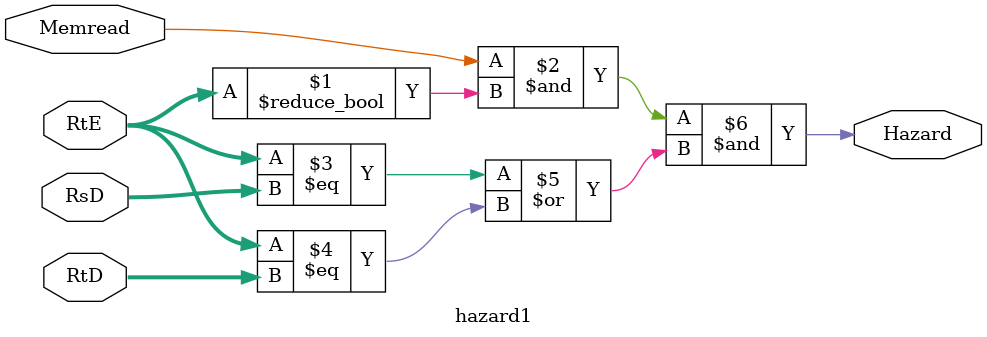
<source format=v>
module hazard1 (RsD, RtD, RtE, Memread,
				Hazard);

input wire [4:0] RsD; 
input wire [4:0] RtD;
input wire [4:0] RtE;
input wire Memread;

output wire Hazard;

assign Hazard = Memread & (RtE != 0) & ((RtE == RsD) | (RtE == RtD));
endmodule
</source>
